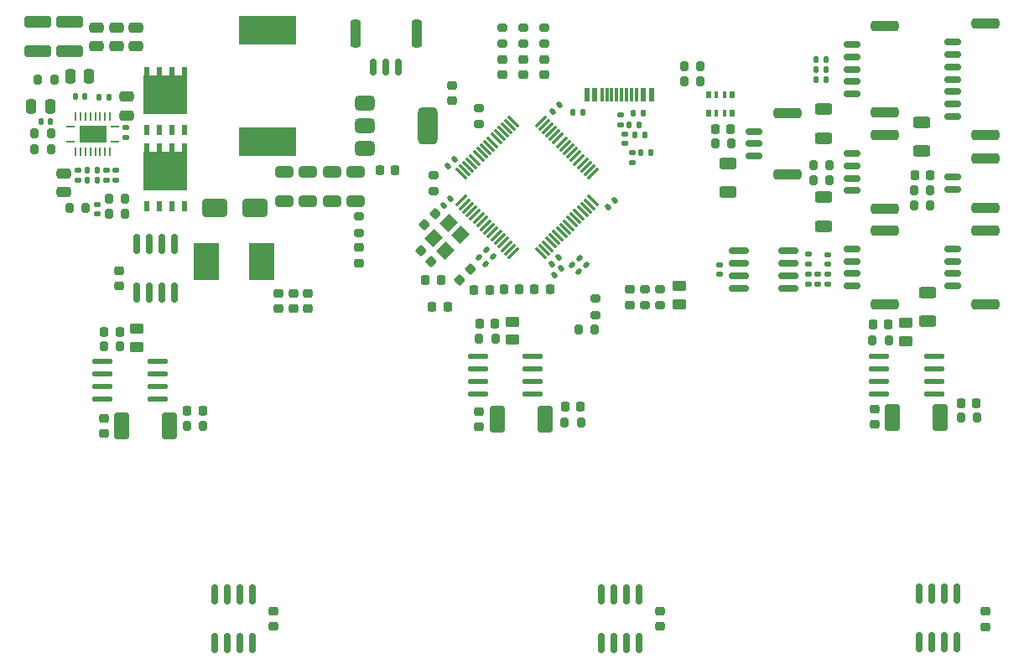
<source format=gbr>
%TF.GenerationSoftware,KiCad,Pcbnew,8.0.5*%
%TF.CreationDate,2024-12-04T18:09:43+09:00*%
%TF.ProjectId,GESC_Logic,47455343-5f4c-46f6-9769-632e6b696361,rev?*%
%TF.SameCoordinates,Original*%
%TF.FileFunction,Paste,Top*%
%TF.FilePolarity,Positive*%
%FSLAX46Y46*%
G04 Gerber Fmt 4.6, Leading zero omitted, Abs format (unit mm)*
G04 Created by KiCad (PCBNEW 8.0.5) date 2024-12-04 18:09:43*
%MOMM*%
%LPD*%
G01*
G04 APERTURE LIST*
G04 Aperture macros list*
%AMRoundRect*
0 Rectangle with rounded corners*
0 $1 Rounding radius*
0 $2 $3 $4 $5 $6 $7 $8 $9 X,Y pos of 4 corners*
0 Add a 4 corners polygon primitive as box body*
4,1,4,$2,$3,$4,$5,$6,$7,$8,$9,$2,$3,0*
0 Add four circle primitives for the rounded corners*
1,1,$1+$1,$2,$3*
1,1,$1+$1,$4,$5*
1,1,$1+$1,$6,$7*
1,1,$1+$1,$8,$9*
0 Add four rect primitives between the rounded corners*
20,1,$1+$1,$2,$3,$4,$5,0*
20,1,$1+$1,$4,$5,$6,$7,0*
20,1,$1+$1,$6,$7,$8,$9,0*
20,1,$1+$1,$8,$9,$2,$3,0*%
%AMRotRect*
0 Rectangle, with rotation*
0 The origin of the aperture is its center*
0 $1 length*
0 $2 width*
0 $3 Rotation angle, in degrees counterclockwise*
0 Add horizontal line*
21,1,$1,$2,0,0,$3*%
G04 Aperture macros list end*
%ADD10O,2.050000X0.590000*%
%ADD11RoundRect,0.250000X-0.650000X0.325000X-0.650000X-0.325000X0.650000X-0.325000X0.650000X0.325000X0*%
%ADD12RoundRect,0.150000X-0.700000X0.150000X-0.700000X-0.150000X0.700000X-0.150000X0.700000X0.150000X0*%
%ADD13RoundRect,0.250000X-1.150000X0.250000X-1.150000X-0.250000X1.150000X-0.250000X1.150000X0.250000X0*%
%ADD14RoundRect,0.200000X0.275000X-0.200000X0.275000X0.200000X-0.275000X0.200000X-0.275000X-0.200000X0*%
%ADD15RoundRect,0.135000X-0.135000X-0.185000X0.135000X-0.185000X0.135000X0.185000X-0.135000X0.185000X0*%
%ADD16RoundRect,0.135000X-0.185000X0.135000X-0.185000X-0.135000X0.185000X-0.135000X0.185000X0.135000X0*%
%ADD17RoundRect,0.225000X0.225000X0.250000X-0.225000X0.250000X-0.225000X-0.250000X0.225000X-0.250000X0*%
%ADD18RoundRect,0.250000X-0.625000X0.312500X-0.625000X-0.312500X0.625000X-0.312500X0.625000X0.312500X0*%
%ADD19RoundRect,0.140000X0.170000X-0.140000X0.170000X0.140000X-0.170000X0.140000X-0.170000X-0.140000X0*%
%ADD20RoundRect,0.150000X0.150000X-0.825000X0.150000X0.825000X-0.150000X0.825000X-0.150000X-0.825000X0*%
%ADD21RoundRect,0.218750X-0.256250X0.218750X-0.256250X-0.218750X0.256250X-0.218750X0.256250X0.218750X0*%
%ADD22RoundRect,0.200000X-0.200000X-0.275000X0.200000X-0.275000X0.200000X0.275000X-0.200000X0.275000X0*%
%ADD23RoundRect,0.250000X0.500000X1.100000X-0.500000X1.100000X-0.500000X-1.100000X0.500000X-1.100000X0*%
%ADD24RoundRect,0.200000X0.200000X0.275000X-0.200000X0.275000X-0.200000X-0.275000X0.200000X-0.275000X0*%
%ADD25RoundRect,0.250000X0.625000X-0.312500X0.625000X0.312500X-0.625000X0.312500X-0.625000X-0.312500X0*%
%ADD26RoundRect,0.200000X-0.275000X0.200000X-0.275000X-0.200000X0.275000X-0.200000X0.275000X0.200000X0*%
%ADD27RoundRect,0.140000X0.219203X0.021213X0.021213X0.219203X-0.219203X-0.021213X-0.021213X-0.219203X0*%
%ADD28RoundRect,0.135000X0.135000X0.185000X-0.135000X0.185000X-0.135000X-0.185000X0.135000X-0.185000X0*%
%ADD29RoundRect,0.225000X0.335876X0.017678X0.017678X0.335876X-0.335876X-0.017678X-0.017678X-0.335876X0*%
%ADD30RoundRect,0.150000X-0.825000X-0.150000X0.825000X-0.150000X0.825000X0.150000X-0.825000X0.150000X0*%
%ADD31RoundRect,0.140000X-0.170000X0.140000X-0.170000X-0.140000X0.170000X-0.140000X0.170000X0.140000X0*%
%ADD32RoundRect,0.225000X-0.250000X0.225000X-0.250000X-0.225000X0.250000X-0.225000X0.250000X0.225000X0*%
%ADD33RoundRect,0.250000X1.100000X-0.325000X1.100000X0.325000X-1.100000X0.325000X-1.100000X-0.325000X0*%
%ADD34RoundRect,0.140000X-0.140000X-0.170000X0.140000X-0.170000X0.140000X0.170000X-0.140000X0.170000X0*%
%ADD35R,2.500000X3.800000*%
%ADD36RoundRect,0.225000X0.017678X-0.335876X0.335876X-0.017678X-0.017678X0.335876X-0.335876X0.017678X0*%
%ADD37RoundRect,0.225000X-0.225000X-0.250000X0.225000X-0.250000X0.225000X0.250000X-0.225000X0.250000X0*%
%ADD38RoundRect,0.250000X0.475000X-0.250000X0.475000X0.250000X-0.475000X0.250000X-0.475000X-0.250000X0*%
%ADD39RoundRect,0.250000X-0.450000X0.262500X-0.450000X-0.262500X0.450000X-0.262500X0.450000X0.262500X0*%
%ADD40RoundRect,0.140000X0.021213X-0.219203X0.219203X-0.021213X-0.021213X0.219203X-0.219203X0.021213X0*%
%ADD41RoundRect,0.140000X-0.021213X0.219203X-0.219203X0.021213X0.021213X-0.219203X0.219203X-0.021213X0*%
%ADD42R,0.850000X0.280000*%
%ADD43R,0.280000X0.850000*%
%ADD44R,2.700000X1.700000*%
%ADD45RoundRect,0.150000X-0.150000X-0.700000X0.150000X-0.700000X0.150000X0.700000X-0.150000X0.700000X0*%
%ADD46RoundRect,0.250000X-0.250000X-1.150000X0.250000X-1.150000X0.250000X1.150000X-0.250000X1.150000X0*%
%ADD47RoundRect,0.375000X-0.625000X-0.375000X0.625000X-0.375000X0.625000X0.375000X-0.625000X0.375000X0*%
%ADD48RoundRect,0.500000X-0.500000X-1.400000X0.500000X-1.400000X0.500000X1.400000X-0.500000X1.400000X0*%
%ADD49RoundRect,0.225000X0.250000X-0.225000X0.250000X0.225000X-0.250000X0.225000X-0.250000X-0.225000X0*%
%ADD50RoundRect,0.135000X0.185000X-0.135000X0.185000X0.135000X-0.185000X0.135000X-0.185000X-0.135000X0*%
%ADD51RotRect,1.400000X1.200000X225.000000*%
%ADD52R,0.600000X1.000000*%
%ADD53R,4.410000X4.000000*%
%ADD54R,5.820000X2.920000*%
%ADD55RoundRect,0.250000X-0.250000X-0.475000X0.250000X-0.475000X0.250000X0.475000X-0.250000X0.475000X0*%
%ADD56RoundRect,0.140000X0.140000X0.170000X-0.140000X0.170000X-0.140000X-0.170000X0.140000X-0.170000X0*%
%ADD57RoundRect,0.250000X-0.475000X0.250000X-0.475000X-0.250000X0.475000X-0.250000X0.475000X0.250000X0*%
%ADD58RoundRect,0.140000X-0.219203X-0.021213X-0.021213X-0.219203X0.219203X0.021213X0.021213X0.219203X0*%
%ADD59RoundRect,0.250000X-1.000000X-0.650000X1.000000X-0.650000X1.000000X0.650000X-1.000000X0.650000X0*%
%ADD60R,0.500000X0.800000*%
%ADD61R,0.400000X0.800000*%
%ADD62RoundRect,0.225000X-0.017678X0.335876X-0.335876X0.017678X0.017678X-0.335876X0.335876X-0.017678X0*%
%ADD63RoundRect,0.075000X-0.441942X-0.548008X0.548008X0.441942X0.441942X0.548008X-0.548008X-0.441942X0*%
%ADD64RoundRect,0.075000X0.441942X-0.548008X0.548008X-0.441942X-0.441942X0.548008X-0.548008X0.441942X0*%
%ADD65R,0.600000X1.450000*%
%ADD66R,0.300000X1.450000*%
G04 APERTURE END LIST*
D10*
%TO.C,U7*%
X108730000Y-120490000D03*
X108730000Y-121770000D03*
X108730000Y-123030000D03*
X108730000Y-124300000D03*
X114270000Y-124300000D03*
X114270000Y-123030000D03*
X114270000Y-121770000D03*
X114270000Y-120490000D03*
%TD*%
D11*
%TO.C,C65*%
X131900000Y-101325000D03*
X131900000Y-104275000D03*
%TD*%
D12*
%TO.C,J10*%
X194550000Y-88250000D03*
X194550000Y-89500000D03*
X194550000Y-90750000D03*
X194550000Y-92000000D03*
X194550000Y-93250000D03*
X194550000Y-94500000D03*
X194550000Y-95750000D03*
D13*
X197900000Y-86400000D03*
X197900000Y-97600000D03*
%TD*%
D14*
%TO.C,R27*%
X149100000Y-88418750D03*
X149100000Y-86768750D03*
%TD*%
D15*
%TO.C,R17*%
X163090001Y-99400000D03*
X164109999Y-99400000D03*
%TD*%
D16*
%TO.C,R2*%
X179975000Y-111685000D03*
X179975000Y-112705000D03*
%TD*%
D17*
%TO.C,C40*%
X153900000Y-113200000D03*
X152350000Y-113200000D03*
%TD*%
%TO.C,C42*%
X148375000Y-116700000D03*
X146825000Y-116700000D03*
%TD*%
D18*
%TO.C,F3*%
X192000000Y-113537500D03*
X192000000Y-116462500D03*
%TD*%
D19*
%TO.C,C7*%
X181975000Y-110675000D03*
X181975000Y-109715000D03*
%TD*%
D20*
%TO.C,U4*%
X120095000Y-148975000D03*
X121365000Y-148975000D03*
X122635000Y-148975000D03*
X123905000Y-148975000D03*
X123905000Y-144025000D03*
X122635000Y-144025000D03*
X121365000Y-144025000D03*
X120095000Y-144025000D03*
%TD*%
D15*
%TO.C,R15*%
X161890001Y-96600000D03*
X162909999Y-96600000D03*
%TD*%
D21*
%TO.C,D5*%
X153300000Y-89981250D03*
X153300000Y-91556250D03*
%TD*%
D22*
%TO.C,R8*%
X180500000Y-102200000D03*
X182150000Y-102200000D03*
%TD*%
D23*
%TO.C,D2*%
X115500000Y-127000000D03*
X110700000Y-127000000D03*
%TD*%
D24*
%TO.C,R40*%
X103525000Y-97440000D03*
X101875000Y-97440000D03*
%TD*%
D25*
%TO.C,F1*%
X181500000Y-106825000D03*
X181500000Y-103900000D03*
%TD*%
D26*
%TO.C,R1*%
X134600000Y-105875000D03*
X134600000Y-107525000D03*
%TD*%
D22*
%TO.C,R33*%
X108875000Y-119000000D03*
X110525000Y-119000000D03*
%TD*%
D23*
%TO.C,D3*%
X153400000Y-126300000D03*
X148600000Y-126300000D03*
%TD*%
D27*
%TO.C,C29*%
X148200000Y-109900000D03*
X147521178Y-109221178D03*
%TD*%
D26*
%TO.C,R26*%
X146700000Y-94875000D03*
X146700000Y-96525000D03*
%TD*%
D28*
%TO.C,R46*%
X108210000Y-102190000D03*
X107190000Y-102190000D03*
%TD*%
D29*
%TO.C,C33*%
X141948008Y-110448008D03*
X140851992Y-109351992D03*
%TD*%
D21*
%TO.C,D1*%
X134600000Y-109000000D03*
X134600000Y-110575000D03*
%TD*%
D30*
%TO.C,U3*%
X173000000Y-109290000D03*
X173000000Y-110560000D03*
X173000000Y-111830000D03*
X173000000Y-113100000D03*
X177950000Y-113100000D03*
X177950000Y-111830000D03*
X177950000Y-110560000D03*
X177950000Y-109290000D03*
%TD*%
D31*
%TO.C,C6*%
X181975000Y-111715000D03*
X181975000Y-112675000D03*
%TD*%
D32*
%TO.C,C2*%
X126500000Y-113625000D03*
X126500000Y-115175000D03*
%TD*%
D33*
%TO.C,C45*%
X105400000Y-89175000D03*
X105400000Y-86225000D03*
%TD*%
D22*
%TO.C,R39*%
X102225000Y-92040000D03*
X103875000Y-92040000D03*
%TD*%
D17*
%TO.C,C20*%
X196975000Y-124700000D03*
X195425000Y-124700000D03*
%TD*%
D19*
%TO.C,C59*%
X108225000Y-105600000D03*
X108225000Y-104640000D03*
%TD*%
D17*
%TO.C,C43*%
X188075000Y-116800000D03*
X186525000Y-116800000D03*
%TD*%
D32*
%TO.C,C3*%
X129500000Y-113625000D03*
X129500000Y-115175000D03*
%TD*%
D22*
%TO.C,R35*%
X146775000Y-118200000D03*
X148425000Y-118200000D03*
%TD*%
D34*
%TO.C,C58*%
X107220000Y-101190000D03*
X108180000Y-101190000D03*
%TD*%
D21*
%TO.C,D7*%
X151200000Y-89981250D03*
X151200000Y-91556250D03*
%TD*%
D14*
%TO.C,R23*%
X158500000Y-115825000D03*
X158500000Y-114175000D03*
%TD*%
D35*
%TO.C,L2*%
X119200000Y-110400000D03*
X124800000Y-110400000D03*
%TD*%
D31*
%TO.C,C8*%
X180975000Y-111715000D03*
X180975000Y-112675000D03*
%TD*%
D36*
%TO.C,C14*%
X144751992Y-112248008D03*
X145848008Y-111151992D03*
%TD*%
D17*
%TO.C,C13*%
X143575000Y-115000000D03*
X142025000Y-115000000D03*
%TD*%
D37*
%TO.C,C22*%
X170625000Y-97000000D03*
X172175000Y-97000000D03*
%TD*%
D31*
%TO.C,C56*%
X111100000Y-96880000D03*
X111100000Y-97840000D03*
%TD*%
D38*
%TO.C,C49*%
X108100000Y-88650000D03*
X108100000Y-86750000D03*
%TD*%
D17*
%TO.C,C19*%
X156975000Y-125100000D03*
X155425000Y-125100000D03*
%TD*%
D39*
%TO.C,R32*%
X112200000Y-117187500D03*
X112200000Y-119012500D03*
%TD*%
D22*
%TO.C,R4*%
X117250000Y-127000000D03*
X118900000Y-127000000D03*
%TD*%
D40*
%TO.C,C34*%
X159760589Y-104939411D03*
X160439411Y-104260589D03*
%TD*%
D10*
%TO.C,U9*%
X187130000Y-119990000D03*
X187130000Y-121270000D03*
X187130000Y-122530000D03*
X187130000Y-123800000D03*
X192670000Y-123800000D03*
X192670000Y-122530000D03*
X192670000Y-121270000D03*
X192670000Y-119990000D03*
%TD*%
D41*
%TO.C,C30*%
X143839411Y-104060589D03*
X143160589Y-104739411D03*
%TD*%
D22*
%TO.C,R5*%
X155375000Y-126700000D03*
X157025000Y-126700000D03*
%TD*%
D11*
%TO.C,C64*%
X134300000Y-101325000D03*
X134300000Y-104275000D03*
%TD*%
D22*
%TO.C,R20*%
X167465000Y-92220000D03*
X169115000Y-92220000D03*
%TD*%
D42*
%TO.C,U11*%
X105500000Y-98290000D03*
D43*
X106000000Y-99290000D03*
X106500000Y-99290000D03*
X107000000Y-99290000D03*
X107500000Y-99290000D03*
X108000000Y-99290000D03*
X108500000Y-99290000D03*
X109000000Y-99290000D03*
X109500000Y-99290000D03*
D42*
X110000000Y-98290000D03*
X110000000Y-96790000D03*
D43*
X109500000Y-95790000D03*
X109000000Y-95790000D03*
X108500000Y-95790000D03*
X108000000Y-95790000D03*
X107500000Y-95790000D03*
X107000000Y-95790000D03*
X106500000Y-95790000D03*
X106000000Y-95790000D03*
D42*
X105500000Y-96790000D03*
D44*
X107750000Y-97540000D03*
%TD*%
D25*
%TO.C,F2*%
X191400000Y-99262500D03*
X191400000Y-96337500D03*
%TD*%
D32*
%TO.C,C11*%
X126000000Y-145725000D03*
X126000000Y-147275000D03*
%TD*%
D45*
%TO.C,J1*%
X136100000Y-90750000D03*
X137350000Y-90750000D03*
X138600000Y-90750000D03*
D46*
X134250000Y-87400000D03*
X140450000Y-87400000D03*
%TD*%
D22*
%TO.C,R19*%
X170575000Y-98500000D03*
X172225000Y-98500000D03*
%TD*%
D15*
%TO.C,R11*%
X180790000Y-90000000D03*
X181810000Y-90000000D03*
%TD*%
D31*
%TO.C,C23*%
X162200000Y-99420000D03*
X162200000Y-100380000D03*
%TD*%
D17*
%TO.C,C18*%
X118850000Y-125500000D03*
X117300000Y-125500000D03*
%TD*%
D37*
%TO.C,C39*%
X149250000Y-113200000D03*
X150800000Y-113200000D03*
%TD*%
D24*
%TO.C,R48*%
X107025000Y-105000000D03*
X105375000Y-105000000D03*
%TD*%
D47*
%TO.C,U2*%
X135250000Y-94400000D03*
X135250000Y-96700000D03*
D48*
X141550000Y-96700000D03*
D47*
X135250000Y-99000000D03*
%TD*%
D49*
%TO.C,C17*%
X186700000Y-126875000D03*
X186700000Y-125325000D03*
%TD*%
D22*
%TO.C,R6*%
X195375000Y-126200000D03*
X197025000Y-126200000D03*
%TD*%
D50*
%TO.C,R44*%
X110100000Y-102200000D03*
X110100000Y-101180000D03*
%TD*%
D12*
%TO.C,J8*%
X194550000Y-109125000D03*
X194550000Y-110375000D03*
X194550000Y-111625000D03*
X194550000Y-112875000D03*
D13*
X197900000Y-107275000D03*
X197900000Y-114725000D03*
%TD*%
D14*
%TO.C,R31*%
X163500000Y-114825000D03*
X163500000Y-113175000D03*
%TD*%
D51*
%TO.C,Y1*%
X143676777Y-106521142D03*
X142121142Y-108076777D03*
X143323223Y-109278858D03*
X144878858Y-107723223D03*
%TD*%
D12*
%TO.C,J6*%
X184400000Y-99500000D03*
X184400000Y-100750000D03*
X184400000Y-102000000D03*
X184400000Y-103250000D03*
D13*
X187750000Y-97650000D03*
X187750000Y-105100000D03*
%TD*%
D52*
%TO.C,Q1*%
X113190000Y-104820000D03*
X114470000Y-104820000D03*
X115730000Y-104820000D03*
X117000000Y-104820000D03*
X117000000Y-98980000D03*
X115730000Y-98980000D03*
X114470000Y-98980000D03*
X113190000Y-98980000D03*
D53*
X115100000Y-101290000D03*
%TD*%
D24*
%TO.C,R42*%
X103550000Y-99040000D03*
X101900000Y-99040000D03*
%TD*%
D27*
%TO.C,C35*%
X147439411Y-110639411D03*
X146760589Y-109960589D03*
%TD*%
D49*
%TO.C,C5*%
X144000000Y-94175000D03*
X144000000Y-92625000D03*
%TD*%
D17*
%TO.C,C12*%
X142900000Y-112300000D03*
X141350000Y-112300000D03*
%TD*%
D32*
%TO.C,C10*%
X197900000Y-145750000D03*
X197900000Y-147300000D03*
%TD*%
D18*
%TO.C,F4*%
X181500000Y-95007500D03*
X181500000Y-97932500D03*
%TD*%
D37*
%TO.C,C38*%
X146250000Y-113300000D03*
X147800000Y-113300000D03*
%TD*%
D26*
%TO.C,R29*%
X142200000Y-101675000D03*
X142200000Y-103325000D03*
%TD*%
D22*
%TO.C,R22*%
X156775000Y-117300000D03*
X158425000Y-117300000D03*
%TD*%
D41*
%TO.C,C28*%
X154739411Y-109960589D03*
X154060589Y-110639411D03*
%TD*%
D12*
%TO.C,J7*%
X194550000Y-101875000D03*
X194550000Y-103125000D03*
D13*
X197900000Y-100025000D03*
X197900000Y-104975000D03*
%TD*%
D39*
%TO.C,R34*%
X150100000Y-116487500D03*
X150100000Y-118312500D03*
%TD*%
D32*
%TO.C,C9*%
X165000000Y-145725000D03*
X165000000Y-147275000D03*
%TD*%
D37*
%TO.C,C4*%
X136725000Y-101200000D03*
X138275000Y-101200000D03*
%TD*%
D49*
%TO.C,C16*%
X146700000Y-127075000D03*
X146700000Y-125525000D03*
%TD*%
D24*
%TO.C,R49*%
X111025000Y-105600000D03*
X109375000Y-105600000D03*
%TD*%
D31*
%TO.C,C53*%
X171000000Y-110740000D03*
X171000000Y-111700000D03*
%TD*%
D38*
%TO.C,C47*%
X112120000Y-88650000D03*
X112120000Y-86750000D03*
%TD*%
D16*
%TO.C,R3*%
X179975000Y-109685000D03*
X179975000Y-110705000D03*
%TD*%
D22*
%TO.C,R10*%
X180500000Y-100700000D03*
X182150000Y-100700000D03*
%TD*%
D32*
%TO.C,C1*%
X128000000Y-113625000D03*
X128000000Y-115175000D03*
%TD*%
D34*
%TO.C,C55*%
X106020000Y-93740000D03*
X106980000Y-93740000D03*
%TD*%
D41*
%TO.C,C37*%
X155039411Y-111060589D03*
X154360589Y-111739411D03*
%TD*%
D15*
%TO.C,R14*%
X180790000Y-92000000D03*
X181810000Y-92000000D03*
%TD*%
%TO.C,R21*%
X162300000Y-95400000D03*
X163320000Y-95400000D03*
%TD*%
D50*
%TO.C,R43*%
X109100000Y-102200000D03*
X109100000Y-101180000D03*
%TD*%
D14*
%TO.C,R25*%
X153300000Y-88418750D03*
X153300000Y-86768750D03*
%TD*%
D17*
%TO.C,C41*%
X110475000Y-117500000D03*
X108925000Y-117500000D03*
%TD*%
D49*
%TO.C,C61*%
X110400000Y-112875000D03*
X110400000Y-111325000D03*
%TD*%
D54*
%TO.C,L1*%
X125400000Y-87070000D03*
X125400000Y-98330000D03*
%TD*%
D32*
%TO.C,C44*%
X162000000Y-113225000D03*
X162000000Y-114775000D03*
%TD*%
D20*
%TO.C,U6*%
X191195000Y-148875000D03*
X192465000Y-148875000D03*
X193735000Y-148875000D03*
X195005000Y-148875000D03*
X195005000Y-143925000D03*
X193735000Y-143925000D03*
X192465000Y-143925000D03*
X191195000Y-143925000D03*
%TD*%
D28*
%TO.C,R24*%
X157210000Y-95300000D03*
X156190000Y-95300000D03*
%TD*%
D22*
%TO.C,R37*%
X186450000Y-118400000D03*
X188100000Y-118400000D03*
%TD*%
D39*
%TO.C,R36*%
X189800000Y-116587500D03*
X189800000Y-118412500D03*
%TD*%
D40*
%TO.C,C36*%
X154160589Y-95239411D03*
X154839411Y-94560589D03*
%TD*%
D11*
%TO.C,C66*%
X129500000Y-101325000D03*
X129500000Y-104275000D03*
%TD*%
D22*
%TO.C,R9*%
X190675000Y-103200000D03*
X192325000Y-103200000D03*
%TD*%
D55*
%TO.C,R41*%
X101550000Y-94740000D03*
X103450000Y-94740000D03*
%TD*%
D40*
%TO.C,C32*%
X143560589Y-100739411D03*
X144239411Y-100060589D03*
%TD*%
D56*
%TO.C,C52*%
X103460000Y-96240000D03*
X102500000Y-96240000D03*
%TD*%
D20*
%TO.C,U5*%
X159095000Y-148975000D03*
X160365000Y-148975000D03*
X161635000Y-148975000D03*
X162905000Y-148975000D03*
X162905000Y-144025000D03*
X161635000Y-144025000D03*
X160365000Y-144025000D03*
X159095000Y-144025000D03*
%TD*%
D57*
%TO.C,R45*%
X111200000Y-93740000D03*
X111200000Y-95640000D03*
%TD*%
%TO.C,C50*%
X104800000Y-101490000D03*
X104800000Y-103390000D03*
%TD*%
D58*
%TO.C,C27*%
X156160589Y-110760589D03*
X156839411Y-111439411D03*
%TD*%
D37*
%TO.C,C21*%
X190725000Y-101700000D03*
X192275000Y-101700000D03*
%TD*%
D33*
%TO.C,C46*%
X102200000Y-89175000D03*
X102200000Y-86225000D03*
%TD*%
D24*
%TO.C,R47*%
X111025000Y-104100000D03*
X109375000Y-104100000D03*
%TD*%
D22*
%TO.C,R7*%
X190675000Y-104700000D03*
X192325000Y-104700000D03*
%TD*%
D12*
%TO.C,J2*%
X184400000Y-109125000D03*
X184400000Y-110375000D03*
X184400000Y-111625000D03*
X184400000Y-112875000D03*
D13*
X187750000Y-107275000D03*
X187750000Y-114725000D03*
%TD*%
D22*
%TO.C,R18*%
X167475000Y-90700000D03*
X169125000Y-90700000D03*
%TD*%
D21*
%TO.C,D6*%
X149100000Y-89993750D03*
X149100000Y-91568750D03*
%TD*%
D15*
%TO.C,R13*%
X180790000Y-91000000D03*
X181810000Y-91000000D03*
%TD*%
D20*
%TO.C,U1*%
X112195000Y-113575000D03*
X113465000Y-113575000D03*
X114735000Y-113575000D03*
X116005000Y-113575000D03*
X116005000Y-108625000D03*
X114735000Y-108625000D03*
X113465000Y-108625000D03*
X112195000Y-108625000D03*
%TD*%
D59*
%TO.C,D8*%
X120100000Y-105000000D03*
X124100000Y-105000000D03*
%TD*%
D11*
%TO.C,C60*%
X127100000Y-101325000D03*
X127100000Y-104275000D03*
%TD*%
D31*
%TO.C,C57*%
X106300000Y-101210000D03*
X106300000Y-102170000D03*
%TD*%
D55*
%TO.C,C51*%
X105500000Y-91740000D03*
X107400000Y-91740000D03*
%TD*%
D39*
%TO.C,R30*%
X167000000Y-112887500D03*
X167000000Y-114712500D03*
%TD*%
D49*
%TO.C,C15*%
X108900000Y-127775000D03*
X108900000Y-126225000D03*
%TD*%
D14*
%TO.C,R38*%
X165040000Y-114825000D03*
X165040000Y-113175000D03*
%TD*%
D12*
%TO.C,J12*%
X174500000Y-97250000D03*
X174500000Y-98500000D03*
X174500000Y-99750000D03*
D13*
X177850000Y-95400000D03*
X177850000Y-101600000D03*
%TD*%
D14*
%TO.C,R28*%
X151200000Y-88418750D03*
X151200000Y-86768750D03*
%TD*%
D10*
%TO.C,U8*%
X146630000Y-119990000D03*
X146630000Y-121270000D03*
X146630000Y-122530000D03*
X146630000Y-123800000D03*
X152170000Y-123800000D03*
X152170000Y-122530000D03*
X152170000Y-121270000D03*
X152170000Y-119990000D03*
%TD*%
D60*
%TO.C,RN1*%
X172300000Y-93600000D03*
D61*
X171500000Y-93600000D03*
X170700000Y-93600000D03*
D60*
X169900000Y-93600000D03*
X169900000Y-95400000D03*
D61*
X170700000Y-95400000D03*
X171500000Y-95400000D03*
D60*
X172300000Y-95400000D03*
%TD*%
D31*
%TO.C,C24*%
X161500000Y-97520000D03*
X161500000Y-98480000D03*
%TD*%
D34*
%TO.C,C54*%
X108420000Y-93840000D03*
X109380000Y-93840000D03*
%TD*%
D12*
%TO.C,J9*%
X184400000Y-88500000D03*
X184400000Y-89750000D03*
X184400000Y-91000000D03*
X184400000Y-92250000D03*
X184400000Y-93500000D03*
D13*
X187750000Y-86650000D03*
X187750000Y-95350000D03*
%TD*%
D19*
%TO.C,C25*%
X161000000Y-96580000D03*
X161000000Y-95620000D03*
%TD*%
D38*
%TO.C,C48*%
X110120000Y-88650000D03*
X110120000Y-86750000D03*
%TD*%
D58*
%TO.C,C26*%
X156860589Y-110060589D03*
X157539411Y-110739411D03*
%TD*%
D15*
%TO.C,R16*%
X162490001Y-97600000D03*
X163509999Y-97600000D03*
%TD*%
D62*
%TO.C,C31*%
X142300000Y-105600000D03*
X141203984Y-106696016D03*
%TD*%
D23*
%TO.C,D4*%
X193300000Y-126200000D03*
X188500000Y-126200000D03*
%TD*%
D52*
%TO.C,Q3*%
X113190000Y-97120000D03*
X114470000Y-97120000D03*
X115730000Y-97120000D03*
X117000000Y-97120000D03*
X117000000Y-91280000D03*
X115730000Y-91280000D03*
X114470000Y-91280000D03*
X113190000Y-91280000D03*
D53*
X115100000Y-93590000D03*
%TD*%
D63*
%TO.C,U10*%
X144935519Y-104261181D03*
X145289072Y-104614734D03*
X145642625Y-104968287D03*
X145996179Y-105321841D03*
X146349732Y-105675394D03*
X146703286Y-106028948D03*
X147056839Y-106382501D03*
X147410392Y-106736054D03*
X147763946Y-107089608D03*
X148117499Y-107443161D03*
X148471052Y-107796714D03*
X148824606Y-108150268D03*
X149178159Y-108503821D03*
X149531713Y-108857375D03*
X149885266Y-109210928D03*
X150238819Y-109564481D03*
D64*
X152961181Y-109564481D03*
X153314734Y-109210928D03*
X153668287Y-108857375D03*
X154021841Y-108503821D03*
X154375394Y-108150268D03*
X154728948Y-107796714D03*
X155082501Y-107443161D03*
X155436054Y-107089608D03*
X155789608Y-106736054D03*
X156143161Y-106382501D03*
X156496714Y-106028948D03*
X156850268Y-105675394D03*
X157203821Y-105321841D03*
X157557375Y-104968287D03*
X157910928Y-104614734D03*
X158264481Y-104261181D03*
D63*
X158264481Y-101538819D03*
X157910928Y-101185266D03*
X157557375Y-100831713D03*
X157203821Y-100478159D03*
X156850268Y-100124606D03*
X156496714Y-99771052D03*
X156143161Y-99417499D03*
X155789608Y-99063946D03*
X155436054Y-98710392D03*
X155082501Y-98356839D03*
X154728948Y-98003286D03*
X154375394Y-97649732D03*
X154021841Y-97296179D03*
X153668287Y-96942625D03*
X153314734Y-96589072D03*
X152961181Y-96235519D03*
D64*
X150238819Y-96235519D03*
X149885266Y-96589072D03*
X149531713Y-96942625D03*
X149178159Y-97296179D03*
X148824606Y-97649732D03*
X148471052Y-98003286D03*
X148117499Y-98356839D03*
X147763946Y-98710392D03*
X147410392Y-99063946D03*
X147056839Y-99417499D03*
X146703286Y-99771052D03*
X146349732Y-100124606D03*
X145996179Y-100478159D03*
X145642625Y-100831713D03*
X145289072Y-101185266D03*
X144935519Y-101538819D03*
%TD*%
D65*
%TO.C,J13*%
X164150000Y-93525000D03*
X163350000Y-93525000D03*
D66*
X162150000Y-93525000D03*
X161150000Y-93525000D03*
X160650000Y-93525000D03*
X159650000Y-93525000D03*
D65*
X158450000Y-93525000D03*
X157650000Y-93525000D03*
X157650000Y-93525000D03*
X158450000Y-93525000D03*
D66*
X159150000Y-93525000D03*
X160150000Y-93525000D03*
X161650000Y-93525000D03*
X162650000Y-93525000D03*
D65*
X163350000Y-93525000D03*
X164150000Y-93525000D03*
%TD*%
D18*
%TO.C,F5*%
X171900000Y-100500000D03*
X171900000Y-103425000D03*
%TD*%
M02*

</source>
